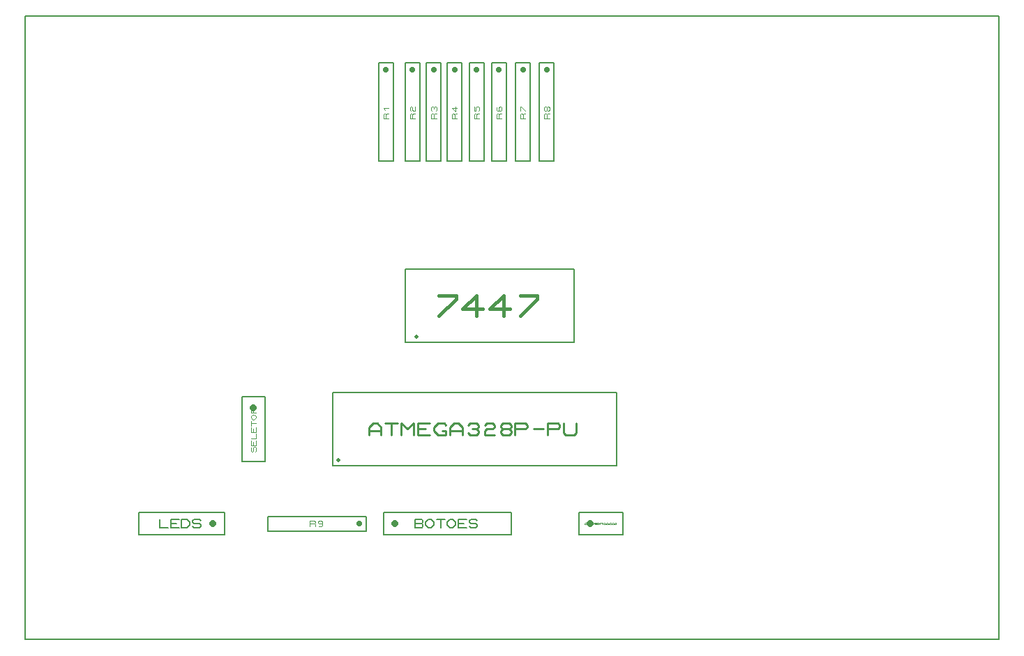
<source format=gbr>
G04 PROTEUS GERBER X2 FILE*
%TF.GenerationSoftware,Labcenter,Proteus,8.9-SP0-Build27865*%
%TF.CreationDate,2021-05-25T18:16:11+00:00*%
%TF.FileFunction,AssemblyDrawing,Top*%
%TF.FilePolarity,Positive*%
%TF.Part,Single*%
%TF.SameCoordinates,{8c929804-3c0d-4c6f-a7b4-99d41835b1df}*%
%FSLAX45Y45*%
%MOMM*%
G01*
%TA.AperFunction,Material*%
%ADD71C,0.203200*%
%ADD28C,0.508000*%
%ADD29C,0.410460*%
%ADD72C,0.246380*%
%ADD73C,0.812800*%
%ADD30C,0.164590*%
%ADD31C,0.711200*%
%ADD32C,0.106680*%
%ADD33C,0.097790*%
%ADD34C,0.040640*%
%TA.AperFunction,Profile*%
%ADD18C,0.203200*%
%TD.AperFunction*%
D71*
X-6627504Y+3240604D02*
X-4575184Y+3240604D01*
X-4575184Y+4129604D01*
X-6627504Y+4129604D01*
X-6627504Y+3240604D01*
D28*
X-6490344Y+3304104D02*
X-6490344Y+3304104D01*
D29*
X-6217040Y+3808243D02*
X-6011808Y+3808243D01*
X-6011808Y+3767196D01*
X-6217040Y+3561964D01*
X-5683437Y+3644057D02*
X-5929715Y+3644057D01*
X-5765530Y+3808243D01*
X-5765530Y+3561964D01*
X-5355066Y+3644057D02*
X-5601344Y+3644057D01*
X-5437159Y+3808243D01*
X-5437159Y+3561964D01*
X-5231927Y+3808243D02*
X-5026695Y+3808243D01*
X-5026695Y+3767196D01*
X-5231927Y+3561964D01*
D71*
X-7512004Y+1741434D02*
X-4062684Y+1741434D01*
X-4062684Y+2630434D01*
X-7512004Y+2630434D01*
X-7512004Y+1741434D01*
D28*
X-7440344Y+1804934D02*
X-7440344Y+1804934D01*
D72*
X-7068520Y+2112020D02*
X-7068520Y+2210572D01*
X-7019244Y+2259848D01*
X-6969968Y+2259848D01*
X-6920692Y+2210572D01*
X-6920692Y+2112020D01*
X-7068520Y+2161296D02*
X-6920692Y+2161296D01*
X-6871416Y+2259848D02*
X-6723588Y+2259848D01*
X-6797502Y+2259848D02*
X-6797502Y+2112020D01*
X-6674312Y+2112020D02*
X-6674312Y+2259848D01*
X-6600398Y+2185934D01*
X-6526484Y+2259848D01*
X-6526484Y+2112020D01*
X-6329380Y+2112020D02*
X-6477208Y+2112020D01*
X-6477208Y+2259848D01*
X-6329380Y+2259848D01*
X-6477208Y+2185934D02*
X-6378656Y+2185934D01*
X-6181552Y+2161296D02*
X-6132276Y+2161296D01*
X-6132276Y+2112020D01*
X-6230828Y+2112020D01*
X-6280104Y+2161296D01*
X-6280104Y+2210572D01*
X-6230828Y+2259848D01*
X-6156914Y+2259848D01*
X-6132276Y+2235210D01*
X-6083000Y+2112020D02*
X-6083000Y+2210572D01*
X-6033724Y+2259848D01*
X-5984448Y+2259848D01*
X-5935172Y+2210572D01*
X-5935172Y+2112020D01*
X-6083000Y+2161296D02*
X-5935172Y+2161296D01*
X-5861258Y+2235210D02*
X-5836620Y+2259848D01*
X-5762706Y+2259848D01*
X-5738068Y+2235210D01*
X-5738068Y+2210572D01*
X-5762706Y+2185934D01*
X-5738068Y+2161296D01*
X-5738068Y+2136658D01*
X-5762706Y+2112020D01*
X-5836620Y+2112020D01*
X-5861258Y+2136658D01*
X-5811982Y+2185934D02*
X-5762706Y+2185934D01*
X-5664154Y+2235210D02*
X-5639516Y+2259848D01*
X-5565602Y+2259848D01*
X-5540964Y+2235210D01*
X-5540964Y+2210572D01*
X-5565602Y+2185934D01*
X-5639516Y+2185934D01*
X-5664154Y+2161296D01*
X-5664154Y+2112020D01*
X-5540964Y+2112020D01*
X-5442412Y+2185934D02*
X-5467050Y+2210572D01*
X-5467050Y+2235210D01*
X-5442412Y+2259848D01*
X-5368498Y+2259848D01*
X-5343860Y+2235210D01*
X-5343860Y+2210572D01*
X-5368498Y+2185934D01*
X-5442412Y+2185934D01*
X-5467050Y+2161296D01*
X-5467050Y+2136658D01*
X-5442412Y+2112020D01*
X-5368498Y+2112020D01*
X-5343860Y+2136658D01*
X-5343860Y+2161296D01*
X-5368498Y+2185934D01*
X-5294584Y+2112020D02*
X-5294584Y+2259848D01*
X-5171394Y+2259848D01*
X-5146756Y+2235210D01*
X-5146756Y+2210572D01*
X-5171394Y+2185934D01*
X-5294584Y+2185934D01*
X-5072842Y+2185934D02*
X-4949652Y+2185934D01*
X-4900376Y+2112020D02*
X-4900376Y+2259848D01*
X-4777186Y+2259848D01*
X-4752548Y+2235210D01*
X-4752548Y+2210572D01*
X-4777186Y+2185934D01*
X-4900376Y+2185934D01*
X-4703272Y+2259848D02*
X-4703272Y+2136658D01*
X-4678634Y+2112020D01*
X-4580082Y+2112020D01*
X-4555444Y+2136658D01*
X-4555444Y+2259848D01*
D71*
X-6887504Y+900444D02*
X-5343184Y+900444D01*
X-5343184Y+1174764D01*
X-6887504Y+1174764D01*
X-6887504Y+900444D01*
D73*
X-6750344Y+1037604D02*
X-6750344Y+1037604D01*
D30*
X-6510363Y+988226D02*
X-6510363Y+1086981D01*
X-6428068Y+1086981D01*
X-6411609Y+1070522D01*
X-6411609Y+1054063D01*
X-6428068Y+1037604D01*
X-6411609Y+1021144D01*
X-6411609Y+1004685D01*
X-6428068Y+988226D01*
X-6510363Y+988226D01*
X-6510363Y+1037604D02*
X-6428068Y+1037604D01*
X-6378690Y+1054063D02*
X-6345772Y+1086981D01*
X-6312854Y+1086981D01*
X-6279936Y+1054063D01*
X-6279936Y+1021144D01*
X-6312854Y+988226D01*
X-6345772Y+988226D01*
X-6378690Y+1021144D01*
X-6378690Y+1054063D01*
X-6247017Y+1086981D02*
X-6148263Y+1086981D01*
X-6197640Y+1086981D02*
X-6197640Y+988226D01*
X-6115344Y+1054063D02*
X-6082426Y+1086981D01*
X-6049508Y+1086981D01*
X-6016590Y+1054063D01*
X-6016590Y+1021144D01*
X-6049508Y+988226D01*
X-6082426Y+988226D01*
X-6115344Y+1021144D01*
X-6115344Y+1054063D01*
X-5884917Y+988226D02*
X-5983671Y+988226D01*
X-5983671Y+1086981D01*
X-5884917Y+1086981D01*
X-5983671Y+1037604D02*
X-5917835Y+1037604D01*
X-5851998Y+1004685D02*
X-5835539Y+988226D01*
X-5769703Y+988226D01*
X-5753244Y+1004685D01*
X-5753244Y+1021144D01*
X-5769703Y+1037604D01*
X-5835539Y+1037604D01*
X-5851998Y+1054063D01*
X-5851998Y+1070522D01*
X-5835539Y+1086981D01*
X-5769703Y+1086981D01*
X-5753244Y+1070522D01*
D71*
X-9859504Y+900444D02*
X-8823184Y+900444D01*
X-8823184Y+1174764D01*
X-9859504Y+1174764D01*
X-9859504Y+900444D01*
D73*
X-8960344Y+1037604D02*
X-8960344Y+1037604D01*
D30*
X-9604690Y+1086981D02*
X-9604690Y+988226D01*
X-9505936Y+988226D01*
X-9374263Y+988226D02*
X-9473017Y+988226D01*
X-9473017Y+1086981D01*
X-9374263Y+1086981D01*
X-9473017Y+1037604D02*
X-9407181Y+1037604D01*
X-9341344Y+988226D02*
X-9341344Y+1086981D01*
X-9275508Y+1086981D01*
X-9242590Y+1054063D01*
X-9242590Y+1021144D01*
X-9275508Y+988226D01*
X-9341344Y+988226D01*
X-9209671Y+1004685D02*
X-9193212Y+988226D01*
X-9127376Y+988226D01*
X-9110917Y+1004685D01*
X-9110917Y+1021144D01*
X-9127376Y+1037604D01*
X-9193212Y+1037604D01*
X-9209671Y+1054063D01*
X-9209671Y+1070522D01*
X-9193212Y+1086981D01*
X-9127376Y+1086981D01*
X-9110917Y+1070522D01*
D71*
X-6949244Y+5444204D02*
X-6771444Y+5444204D01*
X-6771444Y+6638004D01*
X-6949244Y+6638004D01*
X-6949244Y+5444204D01*
D31*
X-6860344Y+6549104D02*
X-6860344Y+6549104D01*
D32*
X-6828340Y+5955760D02*
X-6892348Y+5955760D01*
X-6892348Y+6009100D01*
X-6881680Y+6019768D01*
X-6871012Y+6019768D01*
X-6860344Y+6009100D01*
X-6860344Y+5955760D01*
X-6860344Y+6009100D02*
X-6849676Y+6019768D01*
X-6828340Y+6019768D01*
X-6871012Y+6062440D02*
X-6892348Y+6083776D01*
X-6828340Y+6083776D01*
D71*
X-6629244Y+5444204D02*
X-6451444Y+5444204D01*
X-6451444Y+6638004D01*
X-6629244Y+6638004D01*
X-6629244Y+5444204D01*
D31*
X-6540344Y+6549104D02*
X-6540344Y+6549104D01*
D32*
X-6508340Y+5955760D02*
X-6572348Y+5955760D01*
X-6572348Y+6009100D01*
X-6561680Y+6019768D01*
X-6551012Y+6019768D01*
X-6540344Y+6009100D01*
X-6540344Y+5955760D01*
X-6540344Y+6009100D02*
X-6529676Y+6019768D01*
X-6508340Y+6019768D01*
X-6561680Y+6051772D02*
X-6572348Y+6062440D01*
X-6572348Y+6094444D01*
X-6561680Y+6105112D01*
X-6551012Y+6105112D01*
X-6540344Y+6094444D01*
X-6540344Y+6062440D01*
X-6529676Y+6051772D01*
X-6508340Y+6051772D01*
X-6508340Y+6105112D01*
D71*
X-6369244Y+5444204D02*
X-6191444Y+5444204D01*
X-6191444Y+6638004D01*
X-6369244Y+6638004D01*
X-6369244Y+5444204D01*
D31*
X-6280344Y+6549104D02*
X-6280344Y+6549104D01*
D32*
X-6248340Y+5955760D02*
X-6312348Y+5955760D01*
X-6312348Y+6009100D01*
X-6301680Y+6019768D01*
X-6291012Y+6019768D01*
X-6280344Y+6009100D01*
X-6280344Y+5955760D01*
X-6280344Y+6009100D02*
X-6269676Y+6019768D01*
X-6248340Y+6019768D01*
X-6301680Y+6051772D02*
X-6312348Y+6062440D01*
X-6312348Y+6094444D01*
X-6301680Y+6105112D01*
X-6291012Y+6105112D01*
X-6280344Y+6094444D01*
X-6269676Y+6105112D01*
X-6259008Y+6105112D01*
X-6248340Y+6094444D01*
X-6248340Y+6062440D01*
X-6259008Y+6051772D01*
X-6280344Y+6073108D02*
X-6280344Y+6094444D01*
D71*
X-6119244Y+5444204D02*
X-5941444Y+5444204D01*
X-5941444Y+6638004D01*
X-6119244Y+6638004D01*
X-6119244Y+5444204D01*
D31*
X-6030344Y+6549104D02*
X-6030344Y+6549104D01*
D32*
X-5998340Y+5955760D02*
X-6062348Y+5955760D01*
X-6062348Y+6009100D01*
X-6051680Y+6019768D01*
X-6041012Y+6019768D01*
X-6030344Y+6009100D01*
X-6030344Y+5955760D01*
X-6030344Y+6009100D02*
X-6019676Y+6019768D01*
X-5998340Y+6019768D01*
X-6019676Y+6105112D02*
X-6019676Y+6041104D01*
X-6062348Y+6083776D01*
X-5998340Y+6083776D01*
D71*
X-5849244Y+5444204D02*
X-5671444Y+5444204D01*
X-5671444Y+6638004D01*
X-5849244Y+6638004D01*
X-5849244Y+5444204D01*
D31*
X-5760344Y+6549104D02*
X-5760344Y+6549104D01*
D32*
X-5728340Y+5955760D02*
X-5792348Y+5955760D01*
X-5792348Y+6009100D01*
X-5781680Y+6019768D01*
X-5771012Y+6019768D01*
X-5760344Y+6009100D01*
X-5760344Y+5955760D01*
X-5760344Y+6009100D02*
X-5749676Y+6019768D01*
X-5728340Y+6019768D01*
X-5792348Y+6105112D02*
X-5792348Y+6051772D01*
X-5771012Y+6051772D01*
X-5771012Y+6094444D01*
X-5760344Y+6105112D01*
X-5739008Y+6105112D01*
X-5728340Y+6094444D01*
X-5728340Y+6062440D01*
X-5739008Y+6051772D01*
D71*
X-5579244Y+5444204D02*
X-5401444Y+5444204D01*
X-5401444Y+6638004D01*
X-5579244Y+6638004D01*
X-5579244Y+5444204D01*
D31*
X-5490344Y+6549104D02*
X-5490344Y+6549104D01*
D32*
X-5458340Y+5955760D02*
X-5522348Y+5955760D01*
X-5522348Y+6009100D01*
X-5511680Y+6019768D01*
X-5501012Y+6019768D01*
X-5490344Y+6009100D01*
X-5490344Y+5955760D01*
X-5490344Y+6009100D02*
X-5479676Y+6019768D01*
X-5458340Y+6019768D01*
X-5511680Y+6105112D02*
X-5522348Y+6094444D01*
X-5522348Y+6062440D01*
X-5511680Y+6051772D01*
X-5469008Y+6051772D01*
X-5458340Y+6062440D01*
X-5458340Y+6094444D01*
X-5469008Y+6105112D01*
X-5479676Y+6105112D01*
X-5490344Y+6094444D01*
X-5490344Y+6051772D01*
D71*
X-5289244Y+5444204D02*
X-5111444Y+5444204D01*
X-5111444Y+6638004D01*
X-5289244Y+6638004D01*
X-5289244Y+5444204D01*
D31*
X-5200344Y+6549104D02*
X-5200344Y+6549104D01*
D32*
X-5168340Y+5955760D02*
X-5232348Y+5955760D01*
X-5232348Y+6009100D01*
X-5221680Y+6019768D01*
X-5211012Y+6019768D01*
X-5200344Y+6009100D01*
X-5200344Y+5955760D01*
X-5200344Y+6009100D02*
X-5189676Y+6019768D01*
X-5168340Y+6019768D01*
X-5232348Y+6051772D02*
X-5232348Y+6105112D01*
X-5221680Y+6105112D01*
X-5168340Y+6051772D01*
D71*
X-4999244Y+5444204D02*
X-4821444Y+5444204D01*
X-4821444Y+6638004D01*
X-4999244Y+6638004D01*
X-4999244Y+5444204D01*
D31*
X-4910344Y+6549104D02*
X-4910344Y+6549104D01*
D32*
X-4878340Y+5955760D02*
X-4942348Y+5955760D01*
X-4942348Y+6009100D01*
X-4931680Y+6019768D01*
X-4921012Y+6019768D01*
X-4910344Y+6009100D01*
X-4910344Y+5955760D01*
X-4910344Y+6009100D02*
X-4899676Y+6019768D01*
X-4878340Y+6019768D01*
X-4910344Y+6062440D02*
X-4921012Y+6051772D01*
X-4931680Y+6051772D01*
X-4942348Y+6062440D01*
X-4942348Y+6094444D01*
X-4931680Y+6105112D01*
X-4921012Y+6105112D01*
X-4910344Y+6094444D01*
X-4910344Y+6062440D01*
X-4899676Y+6051772D01*
X-4889008Y+6051772D01*
X-4878340Y+6062440D01*
X-4878340Y+6094444D01*
X-4889008Y+6105112D01*
X-4899676Y+6105112D01*
X-4910344Y+6094444D01*
D71*
X-8295244Y+948704D02*
X-7101444Y+948704D01*
X-7101444Y+1126504D01*
X-8295244Y+1126504D01*
X-8295244Y+948704D01*
D31*
X-7190344Y+1037604D02*
X-7190344Y+1037604D01*
D32*
X-7783688Y+1005600D02*
X-7783688Y+1069608D01*
X-7730348Y+1069608D01*
X-7719680Y+1058940D01*
X-7719680Y+1048272D01*
X-7730348Y+1037604D01*
X-7783688Y+1037604D01*
X-7730348Y+1037604D02*
X-7719680Y+1026936D01*
X-7719680Y+1005600D01*
X-7634336Y+1048272D02*
X-7645004Y+1037604D01*
X-7677008Y+1037604D01*
X-7687676Y+1048272D01*
X-7687676Y+1058940D01*
X-7677008Y+1069608D01*
X-7645004Y+1069608D01*
X-7634336Y+1058940D01*
X-7634336Y+1016268D01*
X-7645004Y+1005600D01*
X-7677008Y+1005600D01*
D71*
X-8607504Y+1794774D02*
X-8333184Y+1794774D01*
X-8333184Y+2577094D01*
X-8607504Y+2577094D01*
X-8607504Y+1794774D01*
D73*
X-8470344Y+2439934D02*
X-8470344Y+2439934D01*
D33*
X-8450786Y+1912122D02*
X-8441007Y+1921901D01*
X-8441007Y+1961017D01*
X-8450786Y+1970796D01*
X-8460565Y+1970796D01*
X-8470344Y+1961017D01*
X-8470344Y+1921901D01*
X-8480123Y+1912122D01*
X-8489902Y+1912122D01*
X-8499681Y+1921901D01*
X-8499681Y+1961017D01*
X-8489902Y+1970796D01*
X-8441007Y+2049028D02*
X-8441007Y+1990354D01*
X-8499681Y+1990354D01*
X-8499681Y+2049028D01*
X-8470344Y+1990354D02*
X-8470344Y+2029470D01*
X-8499681Y+2068586D02*
X-8441007Y+2068586D01*
X-8441007Y+2127260D01*
X-8441007Y+2205492D02*
X-8441007Y+2146818D01*
X-8499681Y+2146818D01*
X-8499681Y+2205492D01*
X-8470344Y+2146818D02*
X-8470344Y+2185934D01*
X-8499681Y+2225050D02*
X-8499681Y+2283724D01*
X-8499681Y+2254387D02*
X-8441007Y+2254387D01*
X-8480123Y+2303282D02*
X-8499681Y+2322840D01*
X-8499681Y+2342398D01*
X-8480123Y+2361956D01*
X-8460565Y+2361956D01*
X-8441007Y+2342398D01*
X-8441007Y+2322840D01*
X-8460565Y+2303282D01*
X-8480123Y+2303282D01*
X-8441007Y+2381514D02*
X-8499681Y+2381514D01*
X-8499681Y+2430409D01*
X-8489902Y+2440188D01*
X-8480123Y+2440188D01*
X-8470344Y+2430409D01*
X-8470344Y+2381514D01*
X-8470344Y+2430409D02*
X-8460565Y+2440188D01*
X-8441007Y+2440188D01*
D71*
X-4517504Y+900444D02*
X-3989184Y+900444D01*
X-3989184Y+1174764D01*
X-4517504Y+1174764D01*
X-4517504Y+900444D01*
D73*
X-4380344Y+1037604D02*
X-4380344Y+1037604D01*
D34*
X-4448416Y+1025412D02*
X-4448416Y+1041668D01*
X-4440288Y+1049796D01*
X-4432160Y+1049796D01*
X-4424032Y+1041668D01*
X-4424032Y+1025412D01*
X-4448416Y+1033540D02*
X-4424032Y+1033540D01*
X-4415904Y+1049796D02*
X-4415904Y+1025412D01*
X-4391520Y+1025412D01*
X-4379328Y+1049796D02*
X-4363072Y+1049796D01*
X-4371200Y+1049796D02*
X-4371200Y+1025412D01*
X-4379328Y+1025412D02*
X-4363072Y+1025412D01*
X-4350880Y+1025412D02*
X-4350880Y+1049796D01*
X-4338688Y+1037604D01*
X-4326496Y+1049796D01*
X-4326496Y+1025412D01*
X-4293984Y+1025412D02*
X-4318368Y+1025412D01*
X-4318368Y+1049796D01*
X-4293984Y+1049796D01*
X-4318368Y+1037604D02*
X-4302112Y+1037604D01*
X-4285856Y+1025412D02*
X-4285856Y+1049796D01*
X-4261472Y+1025412D01*
X-4261472Y+1049796D01*
X-4253344Y+1049796D02*
X-4228960Y+1049796D01*
X-4241152Y+1049796D02*
X-4241152Y+1025412D01*
X-4220832Y+1025412D02*
X-4220832Y+1041668D01*
X-4212704Y+1049796D01*
X-4204576Y+1049796D01*
X-4196448Y+1041668D01*
X-4196448Y+1025412D01*
X-4220832Y+1033540D02*
X-4196448Y+1033540D01*
X-4188320Y+1041668D02*
X-4180192Y+1049796D01*
X-4172064Y+1049796D01*
X-4163936Y+1041668D01*
X-4163936Y+1033540D01*
X-4172064Y+1025412D01*
X-4180192Y+1025412D01*
X-4188320Y+1033540D01*
X-4188320Y+1041668D01*
X-4131424Y+1029476D02*
X-4135488Y+1025412D01*
X-4147680Y+1025412D01*
X-4155808Y+1033540D01*
X-4155808Y+1041668D01*
X-4147680Y+1049796D01*
X-4135488Y+1049796D01*
X-4131424Y+1045732D01*
X-4123296Y+1025412D02*
X-4123296Y+1041668D01*
X-4115168Y+1049796D01*
X-4107040Y+1049796D01*
X-4098912Y+1041668D01*
X-4098912Y+1025412D01*
X-4123296Y+1033540D02*
X-4098912Y+1033540D01*
X-4090784Y+1041668D02*
X-4082656Y+1049796D01*
X-4074528Y+1049796D01*
X-4066400Y+1041668D01*
X-4066400Y+1033540D01*
X-4074528Y+1025412D01*
X-4082656Y+1025412D01*
X-4090784Y+1033540D01*
X-4090784Y+1041668D01*
D18*
X-11240344Y-370596D02*
X+579656Y-370596D01*
X+579656Y+7199404D01*
X-11240344Y+7199404D01*
X-11240344Y-370596D01*
M02*

</source>
